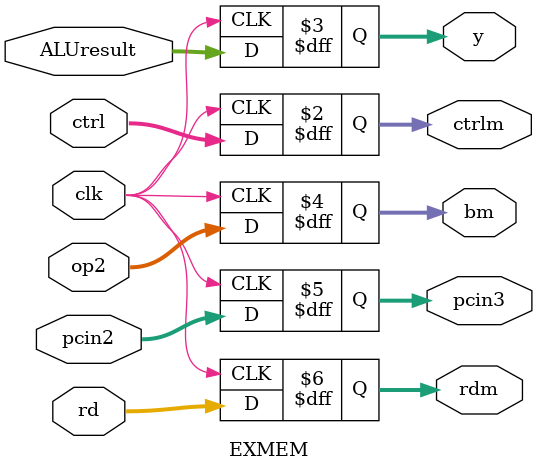
<source format=v>
`timescale 1ns / 1ps


module EXMEM(
    input clk,
    //input zero,
    input [31:0] ALUresult,op2,ctrl,pcin2,
    input [4:0] rd, 
    output reg [31:0] ctrlm,y,bm,pcin3,
    output reg [4:0] rdm
    //output reg zf
    );
    always @(posedge clk) begin
        y <= ALUresult;
        bm <= op2;
        ctrlm <= ctrl;
        pcin3 <= pcin2;
        rdm <=rd;
        //zf <= zero;
    end
endmodule

</source>
